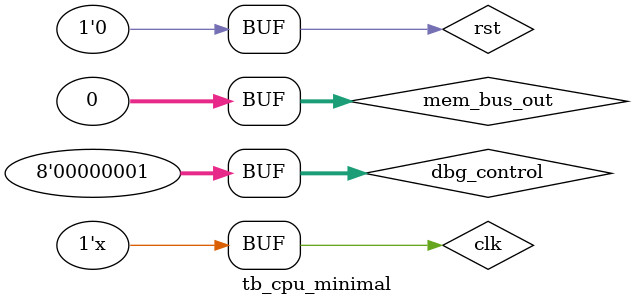
<source format=v>
`timescale 1ns / 1ps


module tb_cpu_minimal(

    );
    
    reg clk, rst;
    reg [7:0] dbg_control;
    reg [31:0] mem_bus_out;
    wire [31:0] iobus;
    wire [31:0] mem_bus_in, abus, dbg_reg_PC, dbg_reg_IRA;
    wire [7:0] status_indicators;
    wire we_mem, re_mem;
    
    
    
    cpu uut(clk, rst, dbg_control, mem_bus_out, iobus, mem_bus_in, abus, status_indicators, we_mem, re_mem, dbg_reg_PC, dbg_reg_IRA, dbg_reg_MAR, dbg_reg_MBR);
    
    initial begin
    clk = 0;
    rst = 1;
    dbg_control = 1;
    mem_bus_out = 0;
    #100
    rst = 0;
    
    end
    
    
    
    always begin
    clk = ~clk;
    #10;
    end
    
    
    
    
    
endmodule

</source>
